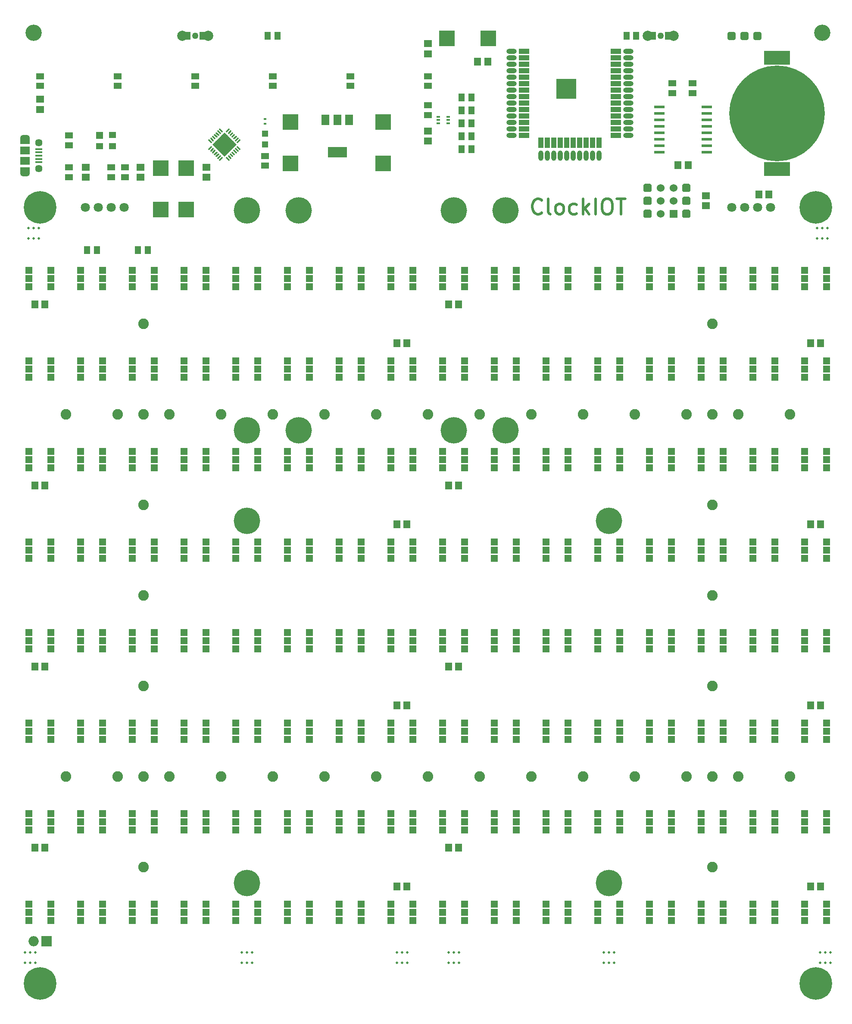
<source format=gts>
G04 #@! TF.GenerationSoftware,KiCad,Pcbnew,5.0.0-rc2-unknown-6d77e59~65~ubuntu16.04.1*
G04 #@! TF.CreationDate,2018-06-10T21:46:42+05:30*
G04 #@! TF.ProjectId,ClockIOT,436C6F636B494F542E6B696361645F70,rev 1*
G04 #@! TF.SameCoordinates,PX2fd7508PY2fd7508*
G04 #@! TF.FileFunction,Soldermask,Top*
G04 #@! TF.FilePolarity,Negative*
%FSLAX46Y46*%
G04 Gerber Fmt 4.6, Leading zero omitted, Abs format (unit mm)*
G04 Created by KiCad (PCBNEW 5.0.0-rc2-unknown-6d77e59~65~ubuntu16.04.1) date Sun Jun 10 21:46:42 2018*
%MOMM*%
%LPD*%
G01*
G04 APERTURE LIST*
%ADD10C,0.500000*%
%ADD11R,1.400000X1.400000*%
%ADD12C,5.200000*%
%ADD13C,6.400000*%
%ADD14C,0.800000*%
%ADD15R,2.000000X1.000000*%
%ADD16R,1.000000X2.000000*%
%ADD17R,4.000000X4.000000*%
%ADD18O,2.000000X1.000000*%
%ADD19O,1.000000X2.000000*%
%ADD20C,2.082800*%
%ADD21O,2.000000X2.000000*%
%ADD22R,2.000000X2.000000*%
%ADD23C,0.508000*%
%ADD24C,1.800000*%
%ADD25C,1.524000*%
%ADD26R,1.524000X1.524000*%
%ADD27C,0.127000*%
%ADD28C,1.600000*%
%ADD29C,1.270000*%
%ADD30R,1.300480X1.498600*%
%ADD31C,2.000000*%
%ADD32R,5.080000X2.794000*%
%ADD33C,18.796000*%
%ADD34R,1.998980X0.599440*%
%ADD35R,1.198880X1.198880*%
%ADD36R,3.048000X3.048000*%
%ADD37R,1.498600X1.300480*%
%ADD38R,1.350000X1.550000*%
%ADD39R,1.550000X1.350000*%
%ADD40R,0.650000X0.400000*%
%ADD41C,1.675000*%
%ADD42C,0.300000*%
%ADD43C,0.300000*%
%ADD44R,1.400000X1.200000*%
%ADD45R,1.900000X1.500000*%
%ADD46C,1.450000*%
%ADD47R,1.350000X0.400000*%
%ADD48O,1.900000X1.200000*%
%ADD49R,1.900000X1.200000*%
%ADD50C,3.200000*%
%ADD51R,3.800000X2.000000*%
%ADD52R,1.500000X2.000000*%
%ADD53R,0.600000X0.400000*%
G04 APERTURE END LIST*
D10*
X103692142Y-38536428D02*
X103549285Y-38679285D01*
X103120714Y-38822142D01*
X102835000Y-38822142D01*
X102406428Y-38679285D01*
X102120714Y-38393571D01*
X101977857Y-38107857D01*
X101835000Y-37536428D01*
X101835000Y-37107857D01*
X101977857Y-36536428D01*
X102120714Y-36250714D01*
X102406428Y-35965000D01*
X102835000Y-35822142D01*
X103120714Y-35822142D01*
X103549285Y-35965000D01*
X103692142Y-36107857D01*
X105406428Y-38822142D02*
X105120714Y-38679285D01*
X104977857Y-38393571D01*
X104977857Y-35822142D01*
X106977857Y-38822142D02*
X106692142Y-38679285D01*
X106549285Y-38536428D01*
X106406428Y-38250714D01*
X106406428Y-37393571D01*
X106549285Y-37107857D01*
X106692142Y-36965000D01*
X106977857Y-36822142D01*
X107406428Y-36822142D01*
X107692142Y-36965000D01*
X107835000Y-37107857D01*
X107977857Y-37393571D01*
X107977857Y-38250714D01*
X107835000Y-38536428D01*
X107692142Y-38679285D01*
X107406428Y-38822142D01*
X106977857Y-38822142D01*
X110549285Y-38679285D02*
X110263571Y-38822142D01*
X109692142Y-38822142D01*
X109406428Y-38679285D01*
X109263571Y-38536428D01*
X109120714Y-38250714D01*
X109120714Y-37393571D01*
X109263571Y-37107857D01*
X109406428Y-36965000D01*
X109692142Y-36822142D01*
X110263571Y-36822142D01*
X110549285Y-36965000D01*
X111835000Y-38822142D02*
X111835000Y-35822142D01*
X112120714Y-37679285D02*
X112977857Y-38822142D01*
X112977857Y-36822142D02*
X111835000Y-37965000D01*
X114263571Y-38822142D02*
X114263571Y-35822142D01*
X116263571Y-35822142D02*
X116835000Y-35822142D01*
X117120714Y-35965000D01*
X117406428Y-36250714D01*
X117549285Y-36822142D01*
X117549285Y-37822142D01*
X117406428Y-38393571D01*
X117120714Y-38679285D01*
X116835000Y-38822142D01*
X116263571Y-38822142D01*
X115977857Y-38679285D01*
X115692142Y-38393571D01*
X115549285Y-37822142D01*
X115549285Y-36822142D01*
X115692142Y-36250714D01*
X115977857Y-35965000D01*
X116263571Y-35822142D01*
X118406428Y-35822142D02*
X120120714Y-35822142D01*
X119263571Y-38822142D02*
X119263571Y-35822142D01*
D11*
G04 #@! TO.C,U123*
X58080000Y-174295000D03*
X53680000Y-174295000D03*
X53680000Y-175895000D03*
X58080000Y-175895000D03*
X58080000Y-177495000D03*
X53680000Y-177495000D03*
G04 #@! TD*
D12*
G04 #@! TO.C,HB54*
X45720000Y-170180000D03*
G04 #@! TD*
G04 #@! TO.C,HB53*
X116840000Y-170180000D03*
G04 #@! TD*
G04 #@! TO.C,HB52*
X116840000Y-99060000D03*
G04 #@! TD*
G04 #@! TO.C,HB51*
X45720000Y-99060000D03*
G04 #@! TD*
D13*
G04 #@! TO.C,HB47*
X5080000Y-37465000D03*
D14*
X7480000Y-37465000D03*
X6777056Y-39162056D03*
X5080000Y-39865000D03*
X3382944Y-39162056D03*
X2680000Y-37465000D03*
X3382944Y-35767944D03*
X5080000Y-35065000D03*
X6777056Y-35767944D03*
G04 #@! TD*
D13*
G04 #@! TO.C,HB48*
X157480000Y-37465000D03*
D14*
X159880000Y-37465000D03*
X159177056Y-39162056D03*
X157480000Y-39865000D03*
X155782944Y-39162056D03*
X155080000Y-37465000D03*
X155782944Y-35767944D03*
X157480000Y-35065000D03*
X159177056Y-35767944D03*
G04 #@! TD*
D13*
G04 #@! TO.C,HB49*
X5080000Y-189865000D03*
D14*
X7480000Y-189865000D03*
X6777056Y-191562056D03*
X5080000Y-192265000D03*
X3382944Y-191562056D03*
X2680000Y-189865000D03*
X3382944Y-188167944D03*
X5080000Y-187465000D03*
X6777056Y-188167944D03*
G04 #@! TD*
D13*
G04 #@! TO.C,HB50*
X157480000Y-189865000D03*
D14*
X159880000Y-189865000D03*
X159177056Y-191562056D03*
X157480000Y-192265000D03*
X155782944Y-191562056D03*
X155080000Y-189865000D03*
X155782944Y-188167944D03*
X157480000Y-187465000D03*
X159177056Y-188167944D03*
G04 #@! TD*
D15*
G04 #@! TO.C,U129*
X100220000Y-6815000D03*
X100220000Y-8085000D03*
X100220000Y-9355000D03*
X100220000Y-10625000D03*
X100220000Y-11895000D03*
X100220000Y-13165000D03*
X100220000Y-14435000D03*
X100220000Y-15705000D03*
X100220000Y-16975000D03*
X100220000Y-18245000D03*
X100220000Y-19515000D03*
X100220000Y-20785000D03*
X100220000Y-22055000D03*
X100220000Y-23325000D03*
D16*
X103505000Y-24815000D03*
X104775000Y-24815000D03*
X106045000Y-24815000D03*
X107315000Y-24815000D03*
X108585000Y-24815000D03*
X109855000Y-24815000D03*
X111125000Y-24815000D03*
X112395000Y-24815000D03*
X113665000Y-24815000D03*
X114935000Y-24815000D03*
D15*
X118220000Y-23325000D03*
X118220000Y-22055000D03*
X118220000Y-20785000D03*
X118220000Y-19515000D03*
X118220000Y-18245000D03*
X118220000Y-16975000D03*
X118220000Y-15705000D03*
X118220000Y-14435000D03*
X118220000Y-13165000D03*
X118220000Y-11895000D03*
X118220000Y-10625000D03*
X118220000Y-9355000D03*
X118220000Y-8085000D03*
X118220000Y-6815000D03*
D17*
X108520000Y-14215000D03*
D18*
X97720000Y-6815000D03*
X97720000Y-8085000D03*
X97720000Y-9355000D03*
X97720000Y-10625000D03*
X97720000Y-11895000D03*
X97720000Y-13165000D03*
X97720000Y-14435000D03*
X97720000Y-15705000D03*
X97720000Y-16975000D03*
X97720000Y-18245000D03*
X97720000Y-19515000D03*
X97720000Y-20785000D03*
X97720000Y-22055000D03*
X97720000Y-23325000D03*
X120720000Y-8085000D03*
X120720000Y-16975000D03*
X120720000Y-18245000D03*
X120720000Y-10625000D03*
X120720000Y-6815000D03*
X120720000Y-19515000D03*
X120720000Y-13165000D03*
X120720000Y-23325000D03*
X120720000Y-22055000D03*
X120720000Y-15705000D03*
X120720000Y-14435000D03*
X120720000Y-11895000D03*
X120720000Y-20785000D03*
X120720000Y-9355000D03*
D19*
X103505000Y-27315000D03*
X104775000Y-27315000D03*
X106045000Y-27315000D03*
X107315000Y-27315000D03*
X108585000Y-27315000D03*
X111125000Y-27315000D03*
X112395000Y-27315000D03*
X113665000Y-27315000D03*
X114935000Y-27315000D03*
X109855000Y-27315000D03*
G04 #@! TD*
D20*
G04 #@! TO.C,HB44*
X137160000Y-167005000D03*
G04 #@! TD*
G04 #@! TO.C,HB43*
X137160000Y-149225000D03*
G04 #@! TD*
G04 #@! TO.C,HB42*
X137160000Y-131445000D03*
G04 #@! TD*
G04 #@! TO.C,HB41*
X137160000Y-113665000D03*
G04 #@! TD*
G04 #@! TO.C,HB40*
X137160000Y-95885000D03*
G04 #@! TD*
G04 #@! TO.C,HB39*
X137160000Y-78105000D03*
G04 #@! TD*
G04 #@! TO.C,HB38*
X137160000Y-60325000D03*
G04 #@! TD*
G04 #@! TO.C,HB37*
X25400000Y-167005000D03*
G04 #@! TD*
G04 #@! TO.C,HB36*
X25400000Y-149225000D03*
G04 #@! TD*
G04 #@! TO.C,HB35*
X25400000Y-131445000D03*
G04 #@! TD*
G04 #@! TO.C,HB34*
X25400000Y-113665000D03*
G04 #@! TD*
G04 #@! TO.C,HB33*
X25400000Y-95885000D03*
G04 #@! TD*
G04 #@! TO.C,HB32*
X25400000Y-78105000D03*
G04 #@! TD*
G04 #@! TO.C,HB31*
X25400000Y-60325000D03*
G04 #@! TD*
G04 #@! TO.C,HB30*
X152400000Y-149225000D03*
G04 #@! TD*
G04 #@! TO.C,HB29*
X142240000Y-149225000D03*
G04 #@! TD*
G04 #@! TO.C,HB28*
X132080000Y-149225000D03*
G04 #@! TD*
G04 #@! TO.C,HB27*
X121920000Y-149225000D03*
G04 #@! TD*
G04 #@! TO.C,HB26*
X111760000Y-149225000D03*
G04 #@! TD*
G04 #@! TO.C,HB25*
X101600000Y-149225000D03*
G04 #@! TD*
G04 #@! TO.C,HB24*
X91440000Y-149225000D03*
G04 #@! TD*
G04 #@! TO.C,HB23*
X81280000Y-149225000D03*
G04 #@! TD*
G04 #@! TO.C,HB22*
X71120000Y-149225000D03*
G04 #@! TD*
G04 #@! TO.C,HB21*
X60960000Y-149225000D03*
G04 #@! TD*
G04 #@! TO.C,HB20*
X50800000Y-149225000D03*
G04 #@! TD*
G04 #@! TO.C,HB19*
X40640000Y-149225000D03*
G04 #@! TD*
G04 #@! TO.C,HB18*
X30480000Y-149225000D03*
G04 #@! TD*
G04 #@! TO.C,HB17*
X20320000Y-149225000D03*
G04 #@! TD*
G04 #@! TO.C,HB16*
X10160000Y-149225000D03*
G04 #@! TD*
G04 #@! TO.C,HB15*
X152400000Y-78105000D03*
G04 #@! TD*
G04 #@! TO.C,HB14*
X142240000Y-78105000D03*
G04 #@! TD*
G04 #@! TO.C,HB13*
X132080000Y-78105000D03*
G04 #@! TD*
G04 #@! TO.C,HB12*
X121920000Y-78105000D03*
G04 #@! TD*
G04 #@! TO.C,HB11*
X111760000Y-78105000D03*
G04 #@! TD*
G04 #@! TO.C,HB10*
X101600000Y-78105000D03*
G04 #@! TD*
G04 #@! TO.C,HB9*
X91440000Y-78105000D03*
G04 #@! TD*
G04 #@! TO.C,HB8*
X81280000Y-78105000D03*
G04 #@! TD*
G04 #@! TO.C,HB7*
X71120000Y-78105000D03*
G04 #@! TD*
G04 #@! TO.C,HB6*
X60960000Y-78105000D03*
G04 #@! TD*
G04 #@! TO.C,HB5*
X50800000Y-78105000D03*
G04 #@! TD*
G04 #@! TO.C,HB4*
X40640000Y-78105000D03*
G04 #@! TD*
G04 #@! TO.C,HB3*
X30480000Y-78105000D03*
G04 #@! TD*
G04 #@! TO.C,HB2*
X20320000Y-78105000D03*
G04 #@! TD*
G04 #@! TO.C,HB1*
X10160000Y-78105000D03*
G04 #@! TD*
D21*
G04 #@! TO.C,P2*
X3810000Y-181610000D03*
D22*
X6350000Y-181610000D03*
G04 #@! TD*
D23*
G04 #@! TO.C,BITE1*
X4826000Y-43561000D03*
X2794000Y-43561000D03*
X2794000Y-41529000D03*
X4826000Y-41529000D03*
X3810000Y-43561000D03*
X3810000Y-41529000D03*
G04 #@! TD*
G04 #@! TO.C,BITE2*
X159766000Y-43561000D03*
X157734000Y-43561000D03*
X157734000Y-41529000D03*
X159766000Y-41529000D03*
X158750000Y-43561000D03*
X158750000Y-41529000D03*
G04 #@! TD*
G04 #@! TO.C,BITE3*
X4191000Y-185801000D03*
X2159000Y-185801000D03*
X2159000Y-183769000D03*
X4191000Y-183769000D03*
X3175000Y-185801000D03*
X3175000Y-183769000D03*
G04 #@! TD*
G04 #@! TO.C,BITE4*
X46736000Y-185801000D03*
X44704000Y-185801000D03*
X44704000Y-183769000D03*
X46736000Y-183769000D03*
X45720000Y-185801000D03*
X45720000Y-183769000D03*
G04 #@! TD*
G04 #@! TO.C,BITE5*
X77216000Y-185801000D03*
X75184000Y-185801000D03*
X75184000Y-183769000D03*
X77216000Y-183769000D03*
X76200000Y-185801000D03*
X76200000Y-183769000D03*
G04 #@! TD*
G04 #@! TO.C,BITE6*
X87376000Y-185801000D03*
X85344000Y-185801000D03*
X85344000Y-183769000D03*
X87376000Y-183769000D03*
X86360000Y-185801000D03*
X86360000Y-183769000D03*
G04 #@! TD*
G04 #@! TO.C,BITE7*
X117856000Y-185801000D03*
X115824000Y-185801000D03*
X115824000Y-183769000D03*
X117856000Y-183769000D03*
X116840000Y-185801000D03*
X116840000Y-183769000D03*
G04 #@! TD*
G04 #@! TO.C,BITE8*
X160401000Y-185801000D03*
X158369000Y-185801000D03*
X158369000Y-183769000D03*
X160401000Y-183769000D03*
X159385000Y-185801000D03*
X159385000Y-183769000D03*
G04 #@! TD*
D24*
G04 #@! TO.C,J25*
X21590000Y-37465000D03*
X19050000Y-37465000D03*
X16510000Y-37465000D03*
X13970000Y-37465000D03*
G04 #@! TD*
G04 #@! TO.C,J24*
X140970000Y-37465000D03*
X143510000Y-37465000D03*
X146050000Y-37465000D03*
X148590000Y-37465000D03*
G04 #@! TD*
D25*
G04 #@! TO.C,J20*
X127000000Y-38735000D03*
D26*
X129540000Y-38735000D03*
D25*
X127000000Y-36195000D03*
X129540000Y-36195000D03*
X127000000Y-33655000D03*
X129540000Y-33655000D03*
G04 #@! TD*
D12*
G04 #@! TO.C,J8*
X86360000Y-38100000D03*
G04 #@! TD*
G04 #@! TO.C,J7*
X96520000Y-38100000D03*
G04 #@! TD*
G04 #@! TO.C,J2*
X55880000Y-38100000D03*
G04 #@! TD*
G04 #@! TO.C,J1*
X45720000Y-38100000D03*
G04 #@! TD*
G04 #@! TO.C,J9*
X45720000Y-81280000D03*
G04 #@! TD*
G04 #@! TO.C,J10*
X55880000Y-81280000D03*
G04 #@! TD*
G04 #@! TO.C,J15*
X96520000Y-81280000D03*
G04 #@! TD*
G04 #@! TO.C,J16*
X86360000Y-81280000D03*
G04 #@! TD*
D27*
G04 #@! TO.C,TP1*
G36*
X141409207Y-3011926D02*
X141448036Y-3017686D01*
X141486114Y-3027224D01*
X141523073Y-3040448D01*
X141558559Y-3057231D01*
X141592228Y-3077412D01*
X141623757Y-3100796D01*
X141652843Y-3127157D01*
X141679204Y-3156243D01*
X141702588Y-3187772D01*
X141722769Y-3221441D01*
X141739552Y-3256927D01*
X141752776Y-3293886D01*
X141762314Y-3331964D01*
X141768074Y-3370793D01*
X141770000Y-3410000D01*
X141770000Y-4210000D01*
X141768074Y-4249207D01*
X141762314Y-4288036D01*
X141752776Y-4326114D01*
X141739552Y-4363073D01*
X141722769Y-4398559D01*
X141702588Y-4432228D01*
X141679204Y-4463757D01*
X141652843Y-4492843D01*
X141623757Y-4519204D01*
X141592228Y-4542588D01*
X141558559Y-4562769D01*
X141523073Y-4579552D01*
X141486114Y-4592776D01*
X141448036Y-4602314D01*
X141409207Y-4608074D01*
X141370000Y-4610000D01*
X140570000Y-4610000D01*
X140530793Y-4608074D01*
X140491964Y-4602314D01*
X140453886Y-4592776D01*
X140416927Y-4579552D01*
X140381441Y-4562769D01*
X140347772Y-4542588D01*
X140316243Y-4519204D01*
X140287157Y-4492843D01*
X140260796Y-4463757D01*
X140237412Y-4432228D01*
X140217231Y-4398559D01*
X140200448Y-4363073D01*
X140187224Y-4326114D01*
X140177686Y-4288036D01*
X140171926Y-4249207D01*
X140170000Y-4210000D01*
X140170000Y-3410000D01*
X140171926Y-3370793D01*
X140177686Y-3331964D01*
X140187224Y-3293886D01*
X140200448Y-3256927D01*
X140217231Y-3221441D01*
X140237412Y-3187772D01*
X140260796Y-3156243D01*
X140287157Y-3127157D01*
X140316243Y-3100796D01*
X140347772Y-3077412D01*
X140381441Y-3057231D01*
X140416927Y-3040448D01*
X140453886Y-3027224D01*
X140491964Y-3017686D01*
X140530793Y-3011926D01*
X140570000Y-3010000D01*
X141370000Y-3010000D01*
X141409207Y-3011926D01*
X141409207Y-3011926D01*
G37*
D28*
X140970000Y-3810000D03*
G04 #@! TD*
D27*
G04 #@! TO.C,J23*
G36*
X132519207Y-37936926D02*
X132558036Y-37942686D01*
X132596114Y-37952224D01*
X132633073Y-37965448D01*
X132668559Y-37982231D01*
X132702228Y-38002412D01*
X132733757Y-38025796D01*
X132762843Y-38052157D01*
X132789204Y-38081243D01*
X132812588Y-38112772D01*
X132832769Y-38146441D01*
X132849552Y-38181927D01*
X132862776Y-38218886D01*
X132872314Y-38256964D01*
X132878074Y-38295793D01*
X132880000Y-38335000D01*
X132880000Y-39135000D01*
X132878074Y-39174207D01*
X132872314Y-39213036D01*
X132862776Y-39251114D01*
X132849552Y-39288073D01*
X132832769Y-39323559D01*
X132812588Y-39357228D01*
X132789204Y-39388757D01*
X132762843Y-39417843D01*
X132733757Y-39444204D01*
X132702228Y-39467588D01*
X132668559Y-39487769D01*
X132633073Y-39504552D01*
X132596114Y-39517776D01*
X132558036Y-39527314D01*
X132519207Y-39533074D01*
X132480000Y-39535000D01*
X131680000Y-39535000D01*
X131640793Y-39533074D01*
X131601964Y-39527314D01*
X131563886Y-39517776D01*
X131526927Y-39504552D01*
X131491441Y-39487769D01*
X131457772Y-39467588D01*
X131426243Y-39444204D01*
X131397157Y-39417843D01*
X131370796Y-39388757D01*
X131347412Y-39357228D01*
X131327231Y-39323559D01*
X131310448Y-39288073D01*
X131297224Y-39251114D01*
X131287686Y-39213036D01*
X131281926Y-39174207D01*
X131280000Y-39135000D01*
X131280000Y-38335000D01*
X131281926Y-38295793D01*
X131287686Y-38256964D01*
X131297224Y-38218886D01*
X131310448Y-38181927D01*
X131327231Y-38146441D01*
X131347412Y-38112772D01*
X131370796Y-38081243D01*
X131397157Y-38052157D01*
X131426243Y-38025796D01*
X131457772Y-38002412D01*
X131491441Y-37982231D01*
X131526927Y-37965448D01*
X131563886Y-37952224D01*
X131601964Y-37942686D01*
X131640793Y-37936926D01*
X131680000Y-37935000D01*
X132480000Y-37935000D01*
X132519207Y-37936926D01*
X132519207Y-37936926D01*
G37*
D28*
X132080000Y-38735000D03*
G04 #@! TD*
D27*
G04 #@! TO.C,J22*
G36*
X124899207Y-37936926D02*
X124938036Y-37942686D01*
X124976114Y-37952224D01*
X125013073Y-37965448D01*
X125048559Y-37982231D01*
X125082228Y-38002412D01*
X125113757Y-38025796D01*
X125142843Y-38052157D01*
X125169204Y-38081243D01*
X125192588Y-38112772D01*
X125212769Y-38146441D01*
X125229552Y-38181927D01*
X125242776Y-38218886D01*
X125252314Y-38256964D01*
X125258074Y-38295793D01*
X125260000Y-38335000D01*
X125260000Y-39135000D01*
X125258074Y-39174207D01*
X125252314Y-39213036D01*
X125242776Y-39251114D01*
X125229552Y-39288073D01*
X125212769Y-39323559D01*
X125192588Y-39357228D01*
X125169204Y-39388757D01*
X125142843Y-39417843D01*
X125113757Y-39444204D01*
X125082228Y-39467588D01*
X125048559Y-39487769D01*
X125013073Y-39504552D01*
X124976114Y-39517776D01*
X124938036Y-39527314D01*
X124899207Y-39533074D01*
X124860000Y-39535000D01*
X124060000Y-39535000D01*
X124020793Y-39533074D01*
X123981964Y-39527314D01*
X123943886Y-39517776D01*
X123906927Y-39504552D01*
X123871441Y-39487769D01*
X123837772Y-39467588D01*
X123806243Y-39444204D01*
X123777157Y-39417843D01*
X123750796Y-39388757D01*
X123727412Y-39357228D01*
X123707231Y-39323559D01*
X123690448Y-39288073D01*
X123677224Y-39251114D01*
X123667686Y-39213036D01*
X123661926Y-39174207D01*
X123660000Y-39135000D01*
X123660000Y-38335000D01*
X123661926Y-38295793D01*
X123667686Y-38256964D01*
X123677224Y-38218886D01*
X123690448Y-38181927D01*
X123707231Y-38146441D01*
X123727412Y-38112772D01*
X123750796Y-38081243D01*
X123777157Y-38052157D01*
X123806243Y-38025796D01*
X123837772Y-38002412D01*
X123871441Y-37982231D01*
X123906927Y-37965448D01*
X123943886Y-37952224D01*
X123981964Y-37942686D01*
X124020793Y-37936926D01*
X124060000Y-37935000D01*
X124860000Y-37935000D01*
X124899207Y-37936926D01*
X124899207Y-37936926D01*
G37*
D28*
X124460000Y-38735000D03*
G04 #@! TD*
D27*
G04 #@! TO.C,J21*
G36*
X132519207Y-35396926D02*
X132558036Y-35402686D01*
X132596114Y-35412224D01*
X132633073Y-35425448D01*
X132668559Y-35442231D01*
X132702228Y-35462412D01*
X132733757Y-35485796D01*
X132762843Y-35512157D01*
X132789204Y-35541243D01*
X132812588Y-35572772D01*
X132832769Y-35606441D01*
X132849552Y-35641927D01*
X132862776Y-35678886D01*
X132872314Y-35716964D01*
X132878074Y-35755793D01*
X132880000Y-35795000D01*
X132880000Y-36595000D01*
X132878074Y-36634207D01*
X132872314Y-36673036D01*
X132862776Y-36711114D01*
X132849552Y-36748073D01*
X132832769Y-36783559D01*
X132812588Y-36817228D01*
X132789204Y-36848757D01*
X132762843Y-36877843D01*
X132733757Y-36904204D01*
X132702228Y-36927588D01*
X132668559Y-36947769D01*
X132633073Y-36964552D01*
X132596114Y-36977776D01*
X132558036Y-36987314D01*
X132519207Y-36993074D01*
X132480000Y-36995000D01*
X131680000Y-36995000D01*
X131640793Y-36993074D01*
X131601964Y-36987314D01*
X131563886Y-36977776D01*
X131526927Y-36964552D01*
X131491441Y-36947769D01*
X131457772Y-36927588D01*
X131426243Y-36904204D01*
X131397157Y-36877843D01*
X131370796Y-36848757D01*
X131347412Y-36817228D01*
X131327231Y-36783559D01*
X131310448Y-36748073D01*
X131297224Y-36711114D01*
X131287686Y-36673036D01*
X131281926Y-36634207D01*
X131280000Y-36595000D01*
X131280000Y-35795000D01*
X131281926Y-35755793D01*
X131287686Y-35716964D01*
X131297224Y-35678886D01*
X131310448Y-35641927D01*
X131327231Y-35606441D01*
X131347412Y-35572772D01*
X131370796Y-35541243D01*
X131397157Y-35512157D01*
X131426243Y-35485796D01*
X131457772Y-35462412D01*
X131491441Y-35442231D01*
X131526927Y-35425448D01*
X131563886Y-35412224D01*
X131601964Y-35402686D01*
X131640793Y-35396926D01*
X131680000Y-35395000D01*
X132480000Y-35395000D01*
X132519207Y-35396926D01*
X132519207Y-35396926D01*
G37*
D28*
X132080000Y-36195000D03*
G04 #@! TD*
D27*
G04 #@! TO.C,J19*
G36*
X124899207Y-35396926D02*
X124938036Y-35402686D01*
X124976114Y-35412224D01*
X125013073Y-35425448D01*
X125048559Y-35442231D01*
X125082228Y-35462412D01*
X125113757Y-35485796D01*
X125142843Y-35512157D01*
X125169204Y-35541243D01*
X125192588Y-35572772D01*
X125212769Y-35606441D01*
X125229552Y-35641927D01*
X125242776Y-35678886D01*
X125252314Y-35716964D01*
X125258074Y-35755793D01*
X125260000Y-35795000D01*
X125260000Y-36595000D01*
X125258074Y-36634207D01*
X125252314Y-36673036D01*
X125242776Y-36711114D01*
X125229552Y-36748073D01*
X125212769Y-36783559D01*
X125192588Y-36817228D01*
X125169204Y-36848757D01*
X125142843Y-36877843D01*
X125113757Y-36904204D01*
X125082228Y-36927588D01*
X125048559Y-36947769D01*
X125013073Y-36964552D01*
X124976114Y-36977776D01*
X124938036Y-36987314D01*
X124899207Y-36993074D01*
X124860000Y-36995000D01*
X124060000Y-36995000D01*
X124020793Y-36993074D01*
X123981964Y-36987314D01*
X123943886Y-36977776D01*
X123906927Y-36964552D01*
X123871441Y-36947769D01*
X123837772Y-36927588D01*
X123806243Y-36904204D01*
X123777157Y-36877843D01*
X123750796Y-36848757D01*
X123727412Y-36817228D01*
X123707231Y-36783559D01*
X123690448Y-36748073D01*
X123677224Y-36711114D01*
X123667686Y-36673036D01*
X123661926Y-36634207D01*
X123660000Y-36595000D01*
X123660000Y-35795000D01*
X123661926Y-35755793D01*
X123667686Y-35716964D01*
X123677224Y-35678886D01*
X123690448Y-35641927D01*
X123707231Y-35606441D01*
X123727412Y-35572772D01*
X123750796Y-35541243D01*
X123777157Y-35512157D01*
X123806243Y-35485796D01*
X123837772Y-35462412D01*
X123871441Y-35442231D01*
X123906927Y-35425448D01*
X123943886Y-35412224D01*
X123981964Y-35402686D01*
X124020793Y-35396926D01*
X124060000Y-35395000D01*
X124860000Y-35395000D01*
X124899207Y-35396926D01*
X124899207Y-35396926D01*
G37*
D28*
X124460000Y-36195000D03*
G04 #@! TD*
D27*
G04 #@! TO.C,J18*
G36*
X132519207Y-32856926D02*
X132558036Y-32862686D01*
X132596114Y-32872224D01*
X132633073Y-32885448D01*
X132668559Y-32902231D01*
X132702228Y-32922412D01*
X132733757Y-32945796D01*
X132762843Y-32972157D01*
X132789204Y-33001243D01*
X132812588Y-33032772D01*
X132832769Y-33066441D01*
X132849552Y-33101927D01*
X132862776Y-33138886D01*
X132872314Y-33176964D01*
X132878074Y-33215793D01*
X132880000Y-33255000D01*
X132880000Y-34055000D01*
X132878074Y-34094207D01*
X132872314Y-34133036D01*
X132862776Y-34171114D01*
X132849552Y-34208073D01*
X132832769Y-34243559D01*
X132812588Y-34277228D01*
X132789204Y-34308757D01*
X132762843Y-34337843D01*
X132733757Y-34364204D01*
X132702228Y-34387588D01*
X132668559Y-34407769D01*
X132633073Y-34424552D01*
X132596114Y-34437776D01*
X132558036Y-34447314D01*
X132519207Y-34453074D01*
X132480000Y-34455000D01*
X131680000Y-34455000D01*
X131640793Y-34453074D01*
X131601964Y-34447314D01*
X131563886Y-34437776D01*
X131526927Y-34424552D01*
X131491441Y-34407769D01*
X131457772Y-34387588D01*
X131426243Y-34364204D01*
X131397157Y-34337843D01*
X131370796Y-34308757D01*
X131347412Y-34277228D01*
X131327231Y-34243559D01*
X131310448Y-34208073D01*
X131297224Y-34171114D01*
X131287686Y-34133036D01*
X131281926Y-34094207D01*
X131280000Y-34055000D01*
X131280000Y-33255000D01*
X131281926Y-33215793D01*
X131287686Y-33176964D01*
X131297224Y-33138886D01*
X131310448Y-33101927D01*
X131327231Y-33066441D01*
X131347412Y-33032772D01*
X131370796Y-33001243D01*
X131397157Y-32972157D01*
X131426243Y-32945796D01*
X131457772Y-32922412D01*
X131491441Y-32902231D01*
X131526927Y-32885448D01*
X131563886Y-32872224D01*
X131601964Y-32862686D01*
X131640793Y-32856926D01*
X131680000Y-32855000D01*
X132480000Y-32855000D01*
X132519207Y-32856926D01*
X132519207Y-32856926D01*
G37*
D28*
X132080000Y-33655000D03*
G04 #@! TD*
D27*
G04 #@! TO.C,J17*
G36*
X124899207Y-32856926D02*
X124938036Y-32862686D01*
X124976114Y-32872224D01*
X125013073Y-32885448D01*
X125048559Y-32902231D01*
X125082228Y-32922412D01*
X125113757Y-32945796D01*
X125142843Y-32972157D01*
X125169204Y-33001243D01*
X125192588Y-33032772D01*
X125212769Y-33066441D01*
X125229552Y-33101927D01*
X125242776Y-33138886D01*
X125252314Y-33176964D01*
X125258074Y-33215793D01*
X125260000Y-33255000D01*
X125260000Y-34055000D01*
X125258074Y-34094207D01*
X125252314Y-34133036D01*
X125242776Y-34171114D01*
X125229552Y-34208073D01*
X125212769Y-34243559D01*
X125192588Y-34277228D01*
X125169204Y-34308757D01*
X125142843Y-34337843D01*
X125113757Y-34364204D01*
X125082228Y-34387588D01*
X125048559Y-34407769D01*
X125013073Y-34424552D01*
X124976114Y-34437776D01*
X124938036Y-34447314D01*
X124899207Y-34453074D01*
X124860000Y-34455000D01*
X124060000Y-34455000D01*
X124020793Y-34453074D01*
X123981964Y-34447314D01*
X123943886Y-34437776D01*
X123906927Y-34424552D01*
X123871441Y-34407769D01*
X123837772Y-34387588D01*
X123806243Y-34364204D01*
X123777157Y-34337843D01*
X123750796Y-34308757D01*
X123727412Y-34277228D01*
X123707231Y-34243559D01*
X123690448Y-34208073D01*
X123677224Y-34171114D01*
X123667686Y-34133036D01*
X123661926Y-34094207D01*
X123660000Y-34055000D01*
X123660000Y-33255000D01*
X123661926Y-33215793D01*
X123667686Y-33176964D01*
X123677224Y-33138886D01*
X123690448Y-33101927D01*
X123707231Y-33066441D01*
X123727412Y-33032772D01*
X123750796Y-33001243D01*
X123777157Y-32972157D01*
X123806243Y-32945796D01*
X123837772Y-32922412D01*
X123871441Y-32902231D01*
X123906927Y-32885448D01*
X123943886Y-32872224D01*
X123981964Y-32862686D01*
X124020793Y-32856926D01*
X124060000Y-32855000D01*
X124860000Y-32855000D01*
X124899207Y-32856926D01*
X124899207Y-32856926D01*
G37*
D28*
X124460000Y-33655000D03*
G04 #@! TD*
D27*
G04 #@! TO.C,TP3*
G36*
X146489207Y-3011926D02*
X146528036Y-3017686D01*
X146566114Y-3027224D01*
X146603073Y-3040448D01*
X146638559Y-3057231D01*
X146672228Y-3077412D01*
X146703757Y-3100796D01*
X146732843Y-3127157D01*
X146759204Y-3156243D01*
X146782588Y-3187772D01*
X146802769Y-3221441D01*
X146819552Y-3256927D01*
X146832776Y-3293886D01*
X146842314Y-3331964D01*
X146848074Y-3370793D01*
X146850000Y-3410000D01*
X146850000Y-4210000D01*
X146848074Y-4249207D01*
X146842314Y-4288036D01*
X146832776Y-4326114D01*
X146819552Y-4363073D01*
X146802769Y-4398559D01*
X146782588Y-4432228D01*
X146759204Y-4463757D01*
X146732843Y-4492843D01*
X146703757Y-4519204D01*
X146672228Y-4542588D01*
X146638559Y-4562769D01*
X146603073Y-4579552D01*
X146566114Y-4592776D01*
X146528036Y-4602314D01*
X146489207Y-4608074D01*
X146450000Y-4610000D01*
X145650000Y-4610000D01*
X145610793Y-4608074D01*
X145571964Y-4602314D01*
X145533886Y-4592776D01*
X145496927Y-4579552D01*
X145461441Y-4562769D01*
X145427772Y-4542588D01*
X145396243Y-4519204D01*
X145367157Y-4492843D01*
X145340796Y-4463757D01*
X145317412Y-4432228D01*
X145297231Y-4398559D01*
X145280448Y-4363073D01*
X145267224Y-4326114D01*
X145257686Y-4288036D01*
X145251926Y-4249207D01*
X145250000Y-4210000D01*
X145250000Y-3410000D01*
X145251926Y-3370793D01*
X145257686Y-3331964D01*
X145267224Y-3293886D01*
X145280448Y-3256927D01*
X145297231Y-3221441D01*
X145317412Y-3187772D01*
X145340796Y-3156243D01*
X145367157Y-3127157D01*
X145396243Y-3100796D01*
X145427772Y-3077412D01*
X145461441Y-3057231D01*
X145496927Y-3040448D01*
X145533886Y-3027224D01*
X145571964Y-3017686D01*
X145610793Y-3011926D01*
X145650000Y-3010000D01*
X146450000Y-3010000D01*
X146489207Y-3011926D01*
X146489207Y-3011926D01*
G37*
D28*
X146050000Y-3810000D03*
G04 #@! TD*
D27*
G04 #@! TO.C,TP2*
G36*
X143949207Y-3011926D02*
X143988036Y-3017686D01*
X144026114Y-3027224D01*
X144063073Y-3040448D01*
X144098559Y-3057231D01*
X144132228Y-3077412D01*
X144163757Y-3100796D01*
X144192843Y-3127157D01*
X144219204Y-3156243D01*
X144242588Y-3187772D01*
X144262769Y-3221441D01*
X144279552Y-3256927D01*
X144292776Y-3293886D01*
X144302314Y-3331964D01*
X144308074Y-3370793D01*
X144310000Y-3410000D01*
X144310000Y-4210000D01*
X144308074Y-4249207D01*
X144302314Y-4288036D01*
X144292776Y-4326114D01*
X144279552Y-4363073D01*
X144262769Y-4398559D01*
X144242588Y-4432228D01*
X144219204Y-4463757D01*
X144192843Y-4492843D01*
X144163757Y-4519204D01*
X144132228Y-4542588D01*
X144098559Y-4562769D01*
X144063073Y-4579552D01*
X144026114Y-4592776D01*
X143988036Y-4602314D01*
X143949207Y-4608074D01*
X143910000Y-4610000D01*
X143110000Y-4610000D01*
X143070793Y-4608074D01*
X143031964Y-4602314D01*
X142993886Y-4592776D01*
X142956927Y-4579552D01*
X142921441Y-4562769D01*
X142887772Y-4542588D01*
X142856243Y-4519204D01*
X142827157Y-4492843D01*
X142800796Y-4463757D01*
X142777412Y-4432228D01*
X142757231Y-4398559D01*
X142740448Y-4363073D01*
X142727224Y-4326114D01*
X142717686Y-4288036D01*
X142711926Y-4249207D01*
X142710000Y-4210000D01*
X142710000Y-3410000D01*
X142711926Y-3370793D01*
X142717686Y-3331964D01*
X142727224Y-3293886D01*
X142740448Y-3256927D01*
X142757231Y-3221441D01*
X142777412Y-3187772D01*
X142800796Y-3156243D01*
X142827157Y-3127157D01*
X142856243Y-3100796D01*
X142887772Y-3077412D01*
X142921441Y-3057231D01*
X142956927Y-3040448D01*
X142993886Y-3027224D01*
X143031964Y-3017686D01*
X143070793Y-3011926D01*
X143110000Y-3010000D01*
X143910000Y-3010000D01*
X143949207Y-3011926D01*
X143949207Y-3011926D01*
G37*
D28*
X143510000Y-3810000D03*
G04 #@! TD*
D29*
G04 #@! TO.C,LDR1*
X35560000Y-3810000D03*
D30*
X34060000Y-3810000D03*
X37060000Y-3810000D03*
D31*
X38100000Y-3810000D03*
X33020000Y-3810000D03*
G04 #@! TD*
D29*
G04 #@! TO.C,LDR2*
X127000000Y-3810000D03*
D30*
X128500000Y-3810000D03*
X125500000Y-3810000D03*
D31*
X124460000Y-3810000D03*
X129540000Y-3810000D03*
G04 #@! TD*
D32*
G04 #@! TO.C,BT1*
X149860000Y-8128000D03*
X149860000Y-29972000D03*
D33*
X149860000Y-19050000D03*
G04 #@! TD*
D34*
G04 #@! TO.C,U130*
X126794260Y-26670000D03*
X126794260Y-25400000D03*
X126794260Y-24130000D03*
X126794260Y-22860000D03*
X126794260Y-21590000D03*
X126794260Y-20320000D03*
X126794260Y-19050000D03*
X126794260Y-17780000D03*
X136095740Y-17780000D03*
X136095740Y-19050000D03*
X136095740Y-20320000D03*
X136095740Y-21590000D03*
X136095740Y-22860000D03*
X136095740Y-24130000D03*
X136095740Y-25400000D03*
X136095740Y-26670000D03*
G04 #@! TD*
D35*
G04 #@! TO.C,D2*
X49335000Y-23035980D03*
X49335000Y-25134020D03*
G04 #@! TD*
D36*
G04 #@! TO.C,C17*
X54335000Y-20771000D03*
X54335000Y-28899000D03*
G04 #@! TD*
G04 #@! TO.C,C27*
X85021000Y-4335000D03*
X93149000Y-4335000D03*
G04 #@! TD*
G04 #@! TO.C,C18*
X72517000Y-20701000D03*
X72517000Y-28829000D03*
G04 #@! TD*
G04 #@! TO.C,C25*
X33835000Y-37899000D03*
X33835000Y-29771000D03*
G04 #@! TD*
G04 #@! TO.C,C23*
X28835000Y-37899000D03*
X28835000Y-29771000D03*
G04 #@! TD*
D37*
G04 #@! TO.C,L2*
X10835000Y-31537500D03*
X10835000Y-29632500D03*
G04 #@! TD*
G04 #@! TO.C,R25*
X20320000Y-11747500D03*
X20320000Y-13652500D03*
G04 #@! TD*
G04 #@! TO.C,R24*
X35560000Y-11747500D03*
X35560000Y-13652500D03*
G04 #@! TD*
G04 #@! TO.C,R11*
X50800000Y-11747500D03*
X50800000Y-13652500D03*
G04 #@! TD*
G04 #@! TO.C,R10*
X66040000Y-11747500D03*
X66040000Y-13652500D03*
G04 #@! TD*
G04 #@! TO.C,R9*
X19085000Y-29632500D03*
X19085000Y-31537500D03*
G04 #@! TD*
D30*
G04 #@! TO.C,R23*
X89852500Y-18415000D03*
X87947500Y-18415000D03*
G04 #@! TD*
G04 #@! TO.C,R22*
X87947500Y-20955000D03*
X89852500Y-20955000D03*
G04 #@! TD*
G04 #@! TO.C,R20*
X89852500Y-23495000D03*
X87947500Y-23495000D03*
G04 #@! TD*
G04 #@! TO.C,R19*
X89852500Y-26035000D03*
X87947500Y-26035000D03*
G04 #@! TD*
D37*
G04 #@! TO.C,R18*
X81280000Y-13652500D03*
X81280000Y-11747500D03*
G04 #@! TD*
G04 #@! TO.C,R16*
X5080000Y-13652500D03*
X5080000Y-11747500D03*
G04 #@! TD*
G04 #@! TO.C,R4*
X49335000Y-29287500D03*
X49335000Y-27382500D03*
G04 #@! TD*
G04 #@! TO.C,R3*
X81280000Y-17462500D03*
X81280000Y-19367500D03*
G04 #@! TD*
G04 #@! TO.C,R8*
X21835000Y-29632500D03*
X21835000Y-31537500D03*
G04 #@! TD*
G04 #@! TO.C,R7*
X129335000Y-13132500D03*
X129335000Y-15037500D03*
G04 #@! TD*
G04 #@! TO.C,R6*
X133335000Y-13132500D03*
X133335000Y-15037500D03*
G04 #@! TD*
D30*
G04 #@! TO.C,R21*
X89852500Y-15875000D03*
X87947500Y-15875000D03*
G04 #@! TD*
G04 #@! TO.C,R1*
X16287500Y-45835000D03*
X14382500Y-45835000D03*
G04 #@! TD*
G04 #@! TO.C,R2*
X26287500Y-45835000D03*
X24382500Y-45835000D03*
G04 #@! TD*
G04 #@! TO.C,R12*
X49847500Y-3810000D03*
X51752500Y-3810000D03*
G04 #@! TD*
G04 #@! TO.C,R13*
X122237500Y-3810000D03*
X120332500Y-3810000D03*
G04 #@! TD*
D37*
G04 #@! TO.C,L1*
X10835000Y-25287500D03*
X10835000Y-23382500D03*
G04 #@! TD*
D38*
G04 #@! TO.C,C12*
X77200000Y-135255000D03*
X75200000Y-135255000D03*
G04 #@! TD*
G04 #@! TO.C,C7*
X158480000Y-99695000D03*
X156480000Y-99695000D03*
G04 #@! TD*
G04 #@! TO.C,C8*
X77200000Y-99695000D03*
X75200000Y-99695000D03*
G04 #@! TD*
D39*
G04 #@! TO.C,C24*
X24835000Y-29585000D03*
X24835000Y-31585000D03*
G04 #@! TD*
G04 #@! TO.C,C31*
X14085000Y-31585000D03*
X14085000Y-29585000D03*
G04 #@! TD*
D38*
G04 #@! TO.C,C22*
X132445000Y-29210000D03*
X130445000Y-29210000D03*
G04 #@! TD*
G04 #@! TO.C,C28*
X93085000Y-8835000D03*
X91085000Y-8835000D03*
G04 #@! TD*
D39*
G04 #@! TO.C,C26*
X37835000Y-29585000D03*
X37835000Y-31585000D03*
G04 #@! TD*
G04 #@! TO.C,C21*
X81280000Y-7350000D03*
X81280000Y-5350000D03*
G04 #@! TD*
G04 #@! TO.C,C20*
X5080000Y-16272000D03*
X5080000Y-18272000D03*
G04 #@! TD*
G04 #@! TO.C,C29*
X135890000Y-35195000D03*
X135890000Y-37195000D03*
G04 #@! TD*
D38*
G04 #@! TO.C,C30*
X146320000Y-34925000D03*
X148320000Y-34925000D03*
G04 #@! TD*
D39*
G04 #@! TO.C,C19*
X81280000Y-22495000D03*
X81280000Y-24495000D03*
G04 #@! TD*
D38*
G04 #@! TO.C,C9*
X4080000Y-127635000D03*
X6080000Y-127635000D03*
G04 #@! TD*
G04 #@! TO.C,C6*
X85360000Y-92075000D03*
X87360000Y-92075000D03*
G04 #@! TD*
G04 #@! TO.C,C1*
X4080000Y-56515000D03*
X6080000Y-56515000D03*
G04 #@! TD*
G04 #@! TO.C,C2*
X85360000Y-56515000D03*
X87360000Y-56515000D03*
G04 #@! TD*
G04 #@! TO.C,C3*
X158480000Y-64135000D03*
X156480000Y-64135000D03*
G04 #@! TD*
G04 #@! TO.C,C4*
X77200000Y-64135000D03*
X75200000Y-64135000D03*
G04 #@! TD*
G04 #@! TO.C,C5*
X4080000Y-92075000D03*
X6080000Y-92075000D03*
G04 #@! TD*
G04 #@! TO.C,C10*
X85360000Y-127635000D03*
X87360000Y-127635000D03*
G04 #@! TD*
G04 #@! TO.C,C11*
X158480000Y-135255000D03*
X156480000Y-135255000D03*
G04 #@! TD*
G04 #@! TO.C,C13*
X4080000Y-163195000D03*
X6080000Y-163195000D03*
G04 #@! TD*
G04 #@! TO.C,C14*
X85360000Y-163195000D03*
X87360000Y-163195000D03*
G04 #@! TD*
G04 #@! TO.C,C15*
X158480000Y-170815000D03*
X156480000Y-170815000D03*
G04 #@! TD*
G04 #@! TO.C,C16*
X77200000Y-170815000D03*
X75200000Y-170815000D03*
G04 #@! TD*
D11*
G04 #@! TO.C,U127*
X17440000Y-174295000D03*
X13040000Y-174295000D03*
X13040000Y-175895000D03*
X17440000Y-175895000D03*
X17440000Y-177495000D03*
X13040000Y-177495000D03*
G04 #@! TD*
G04 #@! TO.C,U18*
X149520000Y-67615000D03*
X145120000Y-67615000D03*
X145120000Y-69215000D03*
X149520000Y-69215000D03*
X149520000Y-70815000D03*
X145120000Y-70815000D03*
G04 #@! TD*
G04 #@! TO.C,U1*
X2880000Y-53035000D03*
X7280000Y-53035000D03*
X7280000Y-51435000D03*
X2880000Y-51435000D03*
X2880000Y-49835000D03*
X7280000Y-49835000D03*
G04 #@! TD*
G04 #@! TO.C,U3*
X23200000Y-53035000D03*
X27600000Y-53035000D03*
X27600000Y-51435000D03*
X23200000Y-51435000D03*
X23200000Y-49835000D03*
X27600000Y-49835000D03*
G04 #@! TD*
G04 #@! TO.C,U4*
X33360000Y-53035000D03*
X37760000Y-53035000D03*
X37760000Y-51435000D03*
X33360000Y-51435000D03*
X33360000Y-49835000D03*
X37760000Y-49835000D03*
G04 #@! TD*
G04 #@! TO.C,U5*
X43520000Y-53035000D03*
X47920000Y-53035000D03*
X47920000Y-51435000D03*
X43520000Y-51435000D03*
X43520000Y-49835000D03*
X47920000Y-49835000D03*
G04 #@! TD*
G04 #@! TO.C,U6*
X53680000Y-53035000D03*
X58080000Y-53035000D03*
X58080000Y-51435000D03*
X53680000Y-51435000D03*
X53680000Y-49835000D03*
X58080000Y-49835000D03*
G04 #@! TD*
G04 #@! TO.C,U7*
X63840000Y-53035000D03*
X68240000Y-53035000D03*
X68240000Y-51435000D03*
X63840000Y-51435000D03*
X63840000Y-49835000D03*
X68240000Y-49835000D03*
G04 #@! TD*
G04 #@! TO.C,U8*
X74000000Y-53035000D03*
X78400000Y-53035000D03*
X78400000Y-51435000D03*
X74000000Y-51435000D03*
X74000000Y-49835000D03*
X78400000Y-49835000D03*
G04 #@! TD*
G04 #@! TO.C,U9*
X84160000Y-53035000D03*
X88560000Y-53035000D03*
X88560000Y-51435000D03*
X84160000Y-51435000D03*
X84160000Y-49835000D03*
X88560000Y-49835000D03*
G04 #@! TD*
G04 #@! TO.C,U10*
X94320000Y-53035000D03*
X98720000Y-53035000D03*
X98720000Y-51435000D03*
X94320000Y-51435000D03*
X94320000Y-49835000D03*
X98720000Y-49835000D03*
G04 #@! TD*
G04 #@! TO.C,U11*
X104480000Y-53035000D03*
X108880000Y-53035000D03*
X108880000Y-51435000D03*
X104480000Y-51435000D03*
X104480000Y-49835000D03*
X108880000Y-49835000D03*
G04 #@! TD*
G04 #@! TO.C,U12*
X114640000Y-53035000D03*
X119040000Y-53035000D03*
X119040000Y-51435000D03*
X114640000Y-51435000D03*
X114640000Y-49835000D03*
X119040000Y-49835000D03*
G04 #@! TD*
G04 #@! TO.C,U13*
X124800000Y-53035000D03*
X129200000Y-53035000D03*
X129200000Y-51435000D03*
X124800000Y-51435000D03*
X124800000Y-49835000D03*
X129200000Y-49835000D03*
G04 #@! TD*
G04 #@! TO.C,U14*
X134960000Y-53035000D03*
X139360000Y-53035000D03*
X139360000Y-51435000D03*
X134960000Y-51435000D03*
X134960000Y-49835000D03*
X139360000Y-49835000D03*
G04 #@! TD*
G04 #@! TO.C,U15*
X145120000Y-53035000D03*
X149520000Y-53035000D03*
X149520000Y-51435000D03*
X145120000Y-51435000D03*
X145120000Y-49835000D03*
X149520000Y-49835000D03*
G04 #@! TD*
G04 #@! TO.C,U16*
X155280000Y-53035000D03*
X159680000Y-53035000D03*
X159680000Y-51435000D03*
X155280000Y-51435000D03*
X155280000Y-49835000D03*
X159680000Y-49835000D03*
G04 #@! TD*
G04 #@! TO.C,U17*
X159680000Y-67615000D03*
X155280000Y-67615000D03*
X155280000Y-69215000D03*
X159680000Y-69215000D03*
X159680000Y-70815000D03*
X155280000Y-70815000D03*
G04 #@! TD*
G04 #@! TO.C,U19*
X139360000Y-67615000D03*
X134960000Y-67615000D03*
X134960000Y-69215000D03*
X139360000Y-69215000D03*
X139360000Y-70815000D03*
X134960000Y-70815000D03*
G04 #@! TD*
G04 #@! TO.C,U20*
X129200000Y-67615000D03*
X124800000Y-67615000D03*
X124800000Y-69215000D03*
X129200000Y-69215000D03*
X129200000Y-70815000D03*
X124800000Y-70815000D03*
G04 #@! TD*
G04 #@! TO.C,U21*
X119040000Y-67615000D03*
X114640000Y-67615000D03*
X114640000Y-69215000D03*
X119040000Y-69215000D03*
X119040000Y-70815000D03*
X114640000Y-70815000D03*
G04 #@! TD*
G04 #@! TO.C,U22*
X108880000Y-67615000D03*
X104480000Y-67615000D03*
X104480000Y-69215000D03*
X108880000Y-69215000D03*
X108880000Y-70815000D03*
X104480000Y-70815000D03*
G04 #@! TD*
G04 #@! TO.C,U23*
X98720000Y-67615000D03*
X94320000Y-67615000D03*
X94320000Y-69215000D03*
X98720000Y-69215000D03*
X98720000Y-70815000D03*
X94320000Y-70815000D03*
G04 #@! TD*
G04 #@! TO.C,U24*
X88560000Y-67615000D03*
X84160000Y-67615000D03*
X84160000Y-69215000D03*
X88560000Y-69215000D03*
X88560000Y-70815000D03*
X84160000Y-70815000D03*
G04 #@! TD*
G04 #@! TO.C,U25*
X78400000Y-67615000D03*
X74000000Y-67615000D03*
X74000000Y-69215000D03*
X78400000Y-69215000D03*
X78400000Y-70815000D03*
X74000000Y-70815000D03*
G04 #@! TD*
G04 #@! TO.C,U26*
X68240000Y-67615000D03*
X63840000Y-67615000D03*
X63840000Y-69215000D03*
X68240000Y-69215000D03*
X68240000Y-70815000D03*
X63840000Y-70815000D03*
G04 #@! TD*
G04 #@! TO.C,U27*
X58080000Y-67615000D03*
X53680000Y-67615000D03*
X53680000Y-69215000D03*
X58080000Y-69215000D03*
X58080000Y-70815000D03*
X53680000Y-70815000D03*
G04 #@! TD*
G04 #@! TO.C,U28*
X47920000Y-67615000D03*
X43520000Y-67615000D03*
X43520000Y-69215000D03*
X47920000Y-69215000D03*
X47920000Y-70815000D03*
X43520000Y-70815000D03*
G04 #@! TD*
G04 #@! TO.C,U29*
X37760000Y-67615000D03*
X33360000Y-67615000D03*
X33360000Y-69215000D03*
X37760000Y-69215000D03*
X37760000Y-70815000D03*
X33360000Y-70815000D03*
G04 #@! TD*
G04 #@! TO.C,U30*
X27600000Y-67615000D03*
X23200000Y-67615000D03*
X23200000Y-69215000D03*
X27600000Y-69215000D03*
X27600000Y-70815000D03*
X23200000Y-70815000D03*
G04 #@! TD*
G04 #@! TO.C,U31*
X17440000Y-67615000D03*
X13040000Y-67615000D03*
X13040000Y-69215000D03*
X17440000Y-69215000D03*
X17440000Y-70815000D03*
X13040000Y-70815000D03*
G04 #@! TD*
G04 #@! TO.C,U32*
X7280000Y-67615000D03*
X2880000Y-67615000D03*
X2880000Y-69215000D03*
X7280000Y-69215000D03*
X7280000Y-70815000D03*
X2880000Y-70815000D03*
G04 #@! TD*
G04 #@! TO.C,U33*
X2880000Y-88595000D03*
X7280000Y-88595000D03*
X7280000Y-86995000D03*
X2880000Y-86995000D03*
X2880000Y-85395000D03*
X7280000Y-85395000D03*
G04 #@! TD*
G04 #@! TO.C,U34*
X13040000Y-88595000D03*
X17440000Y-88595000D03*
X17440000Y-86995000D03*
X13040000Y-86995000D03*
X13040000Y-85395000D03*
X17440000Y-85395000D03*
G04 #@! TD*
G04 #@! TO.C,U35*
X23200000Y-88595000D03*
X27600000Y-88595000D03*
X27600000Y-86995000D03*
X23200000Y-86995000D03*
X23200000Y-85395000D03*
X27600000Y-85395000D03*
G04 #@! TD*
G04 #@! TO.C,U36*
X33360000Y-88595000D03*
X37760000Y-88595000D03*
X37760000Y-86995000D03*
X33360000Y-86995000D03*
X33360000Y-85395000D03*
X37760000Y-85395000D03*
G04 #@! TD*
G04 #@! TO.C,U37*
X43520000Y-88595000D03*
X47920000Y-88595000D03*
X47920000Y-86995000D03*
X43520000Y-86995000D03*
X43520000Y-85395000D03*
X47920000Y-85395000D03*
G04 #@! TD*
G04 #@! TO.C,U38*
X53680000Y-88595000D03*
X58080000Y-88595000D03*
X58080000Y-86995000D03*
X53680000Y-86995000D03*
X53680000Y-85395000D03*
X58080000Y-85395000D03*
G04 #@! TD*
G04 #@! TO.C,U39*
X63840000Y-88595000D03*
X68240000Y-88595000D03*
X68240000Y-86995000D03*
X63840000Y-86995000D03*
X63840000Y-85395000D03*
X68240000Y-85395000D03*
G04 #@! TD*
G04 #@! TO.C,U40*
X74000000Y-88595000D03*
X78400000Y-88595000D03*
X78400000Y-86995000D03*
X74000000Y-86995000D03*
X74000000Y-85395000D03*
X78400000Y-85395000D03*
G04 #@! TD*
G04 #@! TO.C,U41*
X84160000Y-88595000D03*
X88560000Y-88595000D03*
X88560000Y-86995000D03*
X84160000Y-86995000D03*
X84160000Y-85395000D03*
X88560000Y-85395000D03*
G04 #@! TD*
G04 #@! TO.C,U42*
X94320000Y-88595000D03*
X98720000Y-88595000D03*
X98720000Y-86995000D03*
X94320000Y-86995000D03*
X94320000Y-85395000D03*
X98720000Y-85395000D03*
G04 #@! TD*
G04 #@! TO.C,U43*
X104480000Y-88595000D03*
X108880000Y-88595000D03*
X108880000Y-86995000D03*
X104480000Y-86995000D03*
X104480000Y-85395000D03*
X108880000Y-85395000D03*
G04 #@! TD*
G04 #@! TO.C,U44*
X114640000Y-88595000D03*
X119040000Y-88595000D03*
X119040000Y-86995000D03*
X114640000Y-86995000D03*
X114640000Y-85395000D03*
X119040000Y-85395000D03*
G04 #@! TD*
G04 #@! TO.C,U45*
X124800000Y-88595000D03*
X129200000Y-88595000D03*
X129200000Y-86995000D03*
X124800000Y-86995000D03*
X124800000Y-85395000D03*
X129200000Y-85395000D03*
G04 #@! TD*
G04 #@! TO.C,U46*
X134960000Y-88595000D03*
X139360000Y-88595000D03*
X139360000Y-86995000D03*
X134960000Y-86995000D03*
X134960000Y-85395000D03*
X139360000Y-85395000D03*
G04 #@! TD*
G04 #@! TO.C,U47*
X145120000Y-88595000D03*
X149520000Y-88595000D03*
X149520000Y-86995000D03*
X145120000Y-86995000D03*
X145120000Y-85395000D03*
X149520000Y-85395000D03*
G04 #@! TD*
G04 #@! TO.C,U48*
X155280000Y-88595000D03*
X159680000Y-88595000D03*
X159680000Y-86995000D03*
X155280000Y-86995000D03*
X155280000Y-85395000D03*
X159680000Y-85395000D03*
G04 #@! TD*
G04 #@! TO.C,U49*
X159680000Y-103175000D03*
X155280000Y-103175000D03*
X155280000Y-104775000D03*
X159680000Y-104775000D03*
X159680000Y-106375000D03*
X155280000Y-106375000D03*
G04 #@! TD*
G04 #@! TO.C,U50*
X149520000Y-103175000D03*
X145120000Y-103175000D03*
X145120000Y-104775000D03*
X149520000Y-104775000D03*
X149520000Y-106375000D03*
X145120000Y-106375000D03*
G04 #@! TD*
G04 #@! TO.C,U51*
X139360000Y-103175000D03*
X134960000Y-103175000D03*
X134960000Y-104775000D03*
X139360000Y-104775000D03*
X139360000Y-106375000D03*
X134960000Y-106375000D03*
G04 #@! TD*
G04 #@! TO.C,U52*
X129200000Y-103175000D03*
X124800000Y-103175000D03*
X124800000Y-104775000D03*
X129200000Y-104775000D03*
X129200000Y-106375000D03*
X124800000Y-106375000D03*
G04 #@! TD*
G04 #@! TO.C,U53*
X119040000Y-103175000D03*
X114640000Y-103175000D03*
X114640000Y-104775000D03*
X119040000Y-104775000D03*
X119040000Y-106375000D03*
X114640000Y-106375000D03*
G04 #@! TD*
G04 #@! TO.C,U54*
X108880000Y-103175000D03*
X104480000Y-103175000D03*
X104480000Y-104775000D03*
X108880000Y-104775000D03*
X108880000Y-106375000D03*
X104480000Y-106375000D03*
G04 #@! TD*
G04 #@! TO.C,U55*
X98720000Y-103175000D03*
X94320000Y-103175000D03*
X94320000Y-104775000D03*
X98720000Y-104775000D03*
X98720000Y-106375000D03*
X94320000Y-106375000D03*
G04 #@! TD*
G04 #@! TO.C,U56*
X88560000Y-103175000D03*
X84160000Y-103175000D03*
X84160000Y-104775000D03*
X88560000Y-104775000D03*
X88560000Y-106375000D03*
X84160000Y-106375000D03*
G04 #@! TD*
G04 #@! TO.C,U57*
X78400000Y-103175000D03*
X74000000Y-103175000D03*
X74000000Y-104775000D03*
X78400000Y-104775000D03*
X78400000Y-106375000D03*
X74000000Y-106375000D03*
G04 #@! TD*
G04 #@! TO.C,U58*
X68240000Y-103175000D03*
X63840000Y-103175000D03*
X63840000Y-104775000D03*
X68240000Y-104775000D03*
X68240000Y-106375000D03*
X63840000Y-106375000D03*
G04 #@! TD*
G04 #@! TO.C,U59*
X58080000Y-103175000D03*
X53680000Y-103175000D03*
X53680000Y-104775000D03*
X58080000Y-104775000D03*
X58080000Y-106375000D03*
X53680000Y-106375000D03*
G04 #@! TD*
G04 #@! TO.C,U60*
X47920000Y-103175000D03*
X43520000Y-103175000D03*
X43520000Y-104775000D03*
X47920000Y-104775000D03*
X47920000Y-106375000D03*
X43520000Y-106375000D03*
G04 #@! TD*
G04 #@! TO.C,U61*
X37760000Y-103175000D03*
X33360000Y-103175000D03*
X33360000Y-104775000D03*
X37760000Y-104775000D03*
X37760000Y-106375000D03*
X33360000Y-106375000D03*
G04 #@! TD*
G04 #@! TO.C,U62*
X27600000Y-103175000D03*
X23200000Y-103175000D03*
X23200000Y-104775000D03*
X27600000Y-104775000D03*
X27600000Y-106375000D03*
X23200000Y-106375000D03*
G04 #@! TD*
G04 #@! TO.C,U63*
X17440000Y-103175000D03*
X13040000Y-103175000D03*
X13040000Y-104775000D03*
X17440000Y-104775000D03*
X17440000Y-106375000D03*
X13040000Y-106375000D03*
G04 #@! TD*
G04 #@! TO.C,U64*
X7280000Y-103175000D03*
X2880000Y-103175000D03*
X2880000Y-104775000D03*
X7280000Y-104775000D03*
X7280000Y-106375000D03*
X2880000Y-106375000D03*
G04 #@! TD*
G04 #@! TO.C,U65*
X2880000Y-124155000D03*
X7280000Y-124155000D03*
X7280000Y-122555000D03*
X2880000Y-122555000D03*
X2880000Y-120955000D03*
X7280000Y-120955000D03*
G04 #@! TD*
G04 #@! TO.C,U66*
X13040000Y-124155000D03*
X17440000Y-124155000D03*
X17440000Y-122555000D03*
X13040000Y-122555000D03*
X13040000Y-120955000D03*
X17440000Y-120955000D03*
G04 #@! TD*
G04 #@! TO.C,U67*
X23200000Y-124155000D03*
X27600000Y-124155000D03*
X27600000Y-122555000D03*
X23200000Y-122555000D03*
X23200000Y-120955000D03*
X27600000Y-120955000D03*
G04 #@! TD*
G04 #@! TO.C,U68*
X33360000Y-124155000D03*
X37760000Y-124155000D03*
X37760000Y-122555000D03*
X33360000Y-122555000D03*
X33360000Y-120955000D03*
X37760000Y-120955000D03*
G04 #@! TD*
G04 #@! TO.C,U69*
X43520000Y-124155000D03*
X47920000Y-124155000D03*
X47920000Y-122555000D03*
X43520000Y-122555000D03*
X43520000Y-120955000D03*
X47920000Y-120955000D03*
G04 #@! TD*
G04 #@! TO.C,U70*
X53680000Y-124155000D03*
X58080000Y-124155000D03*
X58080000Y-122555000D03*
X53680000Y-122555000D03*
X53680000Y-120955000D03*
X58080000Y-120955000D03*
G04 #@! TD*
G04 #@! TO.C,U71*
X63840000Y-124155000D03*
X68240000Y-124155000D03*
X68240000Y-122555000D03*
X63840000Y-122555000D03*
X63840000Y-120955000D03*
X68240000Y-120955000D03*
G04 #@! TD*
G04 #@! TO.C,U72*
X74000000Y-124155000D03*
X78400000Y-124155000D03*
X78400000Y-122555000D03*
X74000000Y-122555000D03*
X74000000Y-120955000D03*
X78400000Y-120955000D03*
G04 #@! TD*
G04 #@! TO.C,U73*
X84160000Y-124155000D03*
X88560000Y-124155000D03*
X88560000Y-122555000D03*
X84160000Y-122555000D03*
X84160000Y-120955000D03*
X88560000Y-120955000D03*
G04 #@! TD*
G04 #@! TO.C,U74*
X94320000Y-124155000D03*
X98720000Y-124155000D03*
X98720000Y-122555000D03*
X94320000Y-122555000D03*
X94320000Y-120955000D03*
X98720000Y-120955000D03*
G04 #@! TD*
G04 #@! TO.C,U75*
X104480000Y-124155000D03*
X108880000Y-124155000D03*
X108880000Y-122555000D03*
X104480000Y-122555000D03*
X104480000Y-120955000D03*
X108880000Y-120955000D03*
G04 #@! TD*
G04 #@! TO.C,U76*
X114640000Y-124155000D03*
X119040000Y-124155000D03*
X119040000Y-122555000D03*
X114640000Y-122555000D03*
X114640000Y-120955000D03*
X119040000Y-120955000D03*
G04 #@! TD*
G04 #@! TO.C,U77*
X124800000Y-124155000D03*
X129200000Y-124155000D03*
X129200000Y-122555000D03*
X124800000Y-122555000D03*
X124800000Y-120955000D03*
X129200000Y-120955000D03*
G04 #@! TD*
G04 #@! TO.C,U78*
X134960000Y-124155000D03*
X139360000Y-124155000D03*
X139360000Y-122555000D03*
X134960000Y-122555000D03*
X134960000Y-120955000D03*
X139360000Y-120955000D03*
G04 #@! TD*
G04 #@! TO.C,U79*
X145120000Y-124155000D03*
X149520000Y-124155000D03*
X149520000Y-122555000D03*
X145120000Y-122555000D03*
X145120000Y-120955000D03*
X149520000Y-120955000D03*
G04 #@! TD*
G04 #@! TO.C,U80*
X155280000Y-124155000D03*
X159680000Y-124155000D03*
X159680000Y-122555000D03*
X155280000Y-122555000D03*
X155280000Y-120955000D03*
X159680000Y-120955000D03*
G04 #@! TD*
G04 #@! TO.C,U81*
X159680000Y-138735000D03*
X155280000Y-138735000D03*
X155280000Y-140335000D03*
X159680000Y-140335000D03*
X159680000Y-141935000D03*
X155280000Y-141935000D03*
G04 #@! TD*
G04 #@! TO.C,U82*
X149520000Y-138735000D03*
X145120000Y-138735000D03*
X145120000Y-140335000D03*
X149520000Y-140335000D03*
X149520000Y-141935000D03*
X145120000Y-141935000D03*
G04 #@! TD*
G04 #@! TO.C,U83*
X139360000Y-138735000D03*
X134960000Y-138735000D03*
X134960000Y-140335000D03*
X139360000Y-140335000D03*
X139360000Y-141935000D03*
X134960000Y-141935000D03*
G04 #@! TD*
G04 #@! TO.C,U84*
X129200000Y-138735000D03*
X124800000Y-138735000D03*
X124800000Y-140335000D03*
X129200000Y-140335000D03*
X129200000Y-141935000D03*
X124800000Y-141935000D03*
G04 #@! TD*
G04 #@! TO.C,U85*
X119040000Y-138735000D03*
X114640000Y-138735000D03*
X114640000Y-140335000D03*
X119040000Y-140335000D03*
X119040000Y-141935000D03*
X114640000Y-141935000D03*
G04 #@! TD*
G04 #@! TO.C,U86*
X108880000Y-138735000D03*
X104480000Y-138735000D03*
X104480000Y-140335000D03*
X108880000Y-140335000D03*
X108880000Y-141935000D03*
X104480000Y-141935000D03*
G04 #@! TD*
G04 #@! TO.C,U87*
X98720000Y-138735000D03*
X94320000Y-138735000D03*
X94320000Y-140335000D03*
X98720000Y-140335000D03*
X98720000Y-141935000D03*
X94320000Y-141935000D03*
G04 #@! TD*
G04 #@! TO.C,U88*
X88560000Y-138735000D03*
X84160000Y-138735000D03*
X84160000Y-140335000D03*
X88560000Y-140335000D03*
X88560000Y-141935000D03*
X84160000Y-141935000D03*
G04 #@! TD*
G04 #@! TO.C,U89*
X78400000Y-138735000D03*
X74000000Y-138735000D03*
X74000000Y-140335000D03*
X78400000Y-140335000D03*
X78400000Y-141935000D03*
X74000000Y-141935000D03*
G04 #@! TD*
G04 #@! TO.C,U90*
X68240000Y-138735000D03*
X63840000Y-138735000D03*
X63840000Y-140335000D03*
X68240000Y-140335000D03*
X68240000Y-141935000D03*
X63840000Y-141935000D03*
G04 #@! TD*
G04 #@! TO.C,U91*
X58080000Y-138735000D03*
X53680000Y-138735000D03*
X53680000Y-140335000D03*
X58080000Y-140335000D03*
X58080000Y-141935000D03*
X53680000Y-141935000D03*
G04 #@! TD*
G04 #@! TO.C,U92*
X47920000Y-138735000D03*
X43520000Y-138735000D03*
X43520000Y-140335000D03*
X47920000Y-140335000D03*
X47920000Y-141935000D03*
X43520000Y-141935000D03*
G04 #@! TD*
G04 #@! TO.C,U93*
X37760000Y-138735000D03*
X33360000Y-138735000D03*
X33360000Y-140335000D03*
X37760000Y-140335000D03*
X37760000Y-141935000D03*
X33360000Y-141935000D03*
G04 #@! TD*
G04 #@! TO.C,U94*
X27600000Y-138735000D03*
X23200000Y-138735000D03*
X23200000Y-140335000D03*
X27600000Y-140335000D03*
X27600000Y-141935000D03*
X23200000Y-141935000D03*
G04 #@! TD*
G04 #@! TO.C,U95*
X17440000Y-138735000D03*
X13040000Y-138735000D03*
X13040000Y-140335000D03*
X17440000Y-140335000D03*
X17440000Y-141935000D03*
X13040000Y-141935000D03*
G04 #@! TD*
G04 #@! TO.C,U96*
X7280000Y-138735000D03*
X2880000Y-138735000D03*
X2880000Y-140335000D03*
X7280000Y-140335000D03*
X7280000Y-141935000D03*
X2880000Y-141935000D03*
G04 #@! TD*
G04 #@! TO.C,U97*
X2880000Y-159715000D03*
X7280000Y-159715000D03*
X7280000Y-158115000D03*
X2880000Y-158115000D03*
X2880000Y-156515000D03*
X7280000Y-156515000D03*
G04 #@! TD*
G04 #@! TO.C,U98*
X13040000Y-159715000D03*
X17440000Y-159715000D03*
X17440000Y-158115000D03*
X13040000Y-158115000D03*
X13040000Y-156515000D03*
X17440000Y-156515000D03*
G04 #@! TD*
G04 #@! TO.C,U99*
X23200000Y-159715000D03*
X27600000Y-159715000D03*
X27600000Y-158115000D03*
X23200000Y-158115000D03*
X23200000Y-156515000D03*
X27600000Y-156515000D03*
G04 #@! TD*
G04 #@! TO.C,U100*
X33360000Y-159715000D03*
X37760000Y-159715000D03*
X37760000Y-158115000D03*
X33360000Y-158115000D03*
X33360000Y-156515000D03*
X37760000Y-156515000D03*
G04 #@! TD*
G04 #@! TO.C,U101*
X43520000Y-159715000D03*
X47920000Y-159715000D03*
X47920000Y-158115000D03*
X43520000Y-158115000D03*
X43520000Y-156515000D03*
X47920000Y-156515000D03*
G04 #@! TD*
G04 #@! TO.C,U102*
X53680000Y-159715000D03*
X58080000Y-159715000D03*
X58080000Y-158115000D03*
X53680000Y-158115000D03*
X53680000Y-156515000D03*
X58080000Y-156515000D03*
G04 #@! TD*
G04 #@! TO.C,U103*
X63840000Y-159715000D03*
X68240000Y-159715000D03*
X68240000Y-158115000D03*
X63840000Y-158115000D03*
X63840000Y-156515000D03*
X68240000Y-156515000D03*
G04 #@! TD*
G04 #@! TO.C,U104*
X74000000Y-159715000D03*
X78400000Y-159715000D03*
X78400000Y-158115000D03*
X74000000Y-158115000D03*
X74000000Y-156515000D03*
X78400000Y-156515000D03*
G04 #@! TD*
G04 #@! TO.C,U105*
X84160000Y-159715000D03*
X88560000Y-159715000D03*
X88560000Y-158115000D03*
X84160000Y-158115000D03*
X84160000Y-156515000D03*
X88560000Y-156515000D03*
G04 #@! TD*
G04 #@! TO.C,U106*
X94320000Y-159715000D03*
X98720000Y-159715000D03*
X98720000Y-158115000D03*
X94320000Y-158115000D03*
X94320000Y-156515000D03*
X98720000Y-156515000D03*
G04 #@! TD*
G04 #@! TO.C,U107*
X104480000Y-159715000D03*
X108880000Y-159715000D03*
X108880000Y-158115000D03*
X104480000Y-158115000D03*
X104480000Y-156515000D03*
X108880000Y-156515000D03*
G04 #@! TD*
G04 #@! TO.C,U108*
X114640000Y-159715000D03*
X119040000Y-159715000D03*
X119040000Y-158115000D03*
X114640000Y-158115000D03*
X114640000Y-156515000D03*
X119040000Y-156515000D03*
G04 #@! TD*
G04 #@! TO.C,U109*
X124800000Y-159715000D03*
X129200000Y-159715000D03*
X129200000Y-158115000D03*
X124800000Y-158115000D03*
X124800000Y-156515000D03*
X129200000Y-156515000D03*
G04 #@! TD*
G04 #@! TO.C,U110*
X134960000Y-159715000D03*
X139360000Y-159715000D03*
X139360000Y-158115000D03*
X134960000Y-158115000D03*
X134960000Y-156515000D03*
X139360000Y-156515000D03*
G04 #@! TD*
G04 #@! TO.C,U111*
X145120000Y-159715000D03*
X149520000Y-159715000D03*
X149520000Y-158115000D03*
X145120000Y-158115000D03*
X145120000Y-156515000D03*
X149520000Y-156515000D03*
G04 #@! TD*
G04 #@! TO.C,U112*
X155280000Y-159715000D03*
X159680000Y-159715000D03*
X159680000Y-158115000D03*
X155280000Y-158115000D03*
X155280000Y-156515000D03*
X159680000Y-156515000D03*
G04 #@! TD*
G04 #@! TO.C,U113*
X159680000Y-174295000D03*
X155280000Y-174295000D03*
X155280000Y-175895000D03*
X159680000Y-175895000D03*
X159680000Y-177495000D03*
X155280000Y-177495000D03*
G04 #@! TD*
G04 #@! TO.C,U114*
X149520000Y-174295000D03*
X145120000Y-174295000D03*
X145120000Y-175895000D03*
X149520000Y-175895000D03*
X149520000Y-177495000D03*
X145120000Y-177495000D03*
G04 #@! TD*
G04 #@! TO.C,U115*
X139360000Y-174295000D03*
X134960000Y-174295000D03*
X134960000Y-175895000D03*
X139360000Y-175895000D03*
X139360000Y-177495000D03*
X134960000Y-177495000D03*
G04 #@! TD*
G04 #@! TO.C,U116*
X129200000Y-174295000D03*
X124800000Y-174295000D03*
X124800000Y-175895000D03*
X129200000Y-175895000D03*
X129200000Y-177495000D03*
X124800000Y-177495000D03*
G04 #@! TD*
G04 #@! TO.C,U117*
X119040000Y-174295000D03*
X114640000Y-174295000D03*
X114640000Y-175895000D03*
X119040000Y-175895000D03*
X119040000Y-177495000D03*
X114640000Y-177495000D03*
G04 #@! TD*
G04 #@! TO.C,U118*
X108880000Y-174295000D03*
X104480000Y-174295000D03*
X104480000Y-175895000D03*
X108880000Y-175895000D03*
X108880000Y-177495000D03*
X104480000Y-177495000D03*
G04 #@! TD*
G04 #@! TO.C,U119*
X98720000Y-174295000D03*
X94320000Y-174295000D03*
X94320000Y-175895000D03*
X98720000Y-175895000D03*
X98720000Y-177495000D03*
X94320000Y-177495000D03*
G04 #@! TD*
G04 #@! TO.C,U120*
X88560000Y-174295000D03*
X84160000Y-174295000D03*
X84160000Y-175895000D03*
X88560000Y-175895000D03*
X88560000Y-177495000D03*
X84160000Y-177495000D03*
G04 #@! TD*
G04 #@! TO.C,U121*
X78400000Y-174295000D03*
X74000000Y-174295000D03*
X74000000Y-175895000D03*
X78400000Y-175895000D03*
X78400000Y-177495000D03*
X74000000Y-177495000D03*
G04 #@! TD*
G04 #@! TO.C,U122*
X68240000Y-174295000D03*
X63840000Y-174295000D03*
X63840000Y-175895000D03*
X68240000Y-175895000D03*
X68240000Y-177495000D03*
X63840000Y-177495000D03*
G04 #@! TD*
G04 #@! TO.C,U124*
X47920000Y-174295000D03*
X43520000Y-174295000D03*
X43520000Y-175895000D03*
X47920000Y-175895000D03*
X47920000Y-177495000D03*
X43520000Y-177495000D03*
G04 #@! TD*
G04 #@! TO.C,U125*
X37760000Y-174295000D03*
X33360000Y-174295000D03*
X33360000Y-175895000D03*
X37760000Y-175895000D03*
X37760000Y-177495000D03*
X33360000Y-177495000D03*
G04 #@! TD*
G04 #@! TO.C,U126*
X27600000Y-174295000D03*
X23200000Y-174295000D03*
X23200000Y-175895000D03*
X27600000Y-175895000D03*
X27600000Y-177495000D03*
X23200000Y-177495000D03*
G04 #@! TD*
G04 #@! TO.C,U128*
X7280000Y-174295000D03*
X2880000Y-174295000D03*
X2880000Y-175895000D03*
X7280000Y-175895000D03*
X7280000Y-177495000D03*
X2880000Y-177495000D03*
G04 #@! TD*
G04 #@! TO.C,U2*
X13040000Y-53035000D03*
X17440000Y-53035000D03*
X17440000Y-51435000D03*
X13040000Y-51435000D03*
X13040000Y-49835000D03*
X17440000Y-49835000D03*
G04 #@! TD*
D40*
G04 #@! TO.C,Q1*
X83385000Y-20985000D03*
X83385000Y-19685000D03*
X85285000Y-20335000D03*
X83385000Y-20335000D03*
X85285000Y-19685000D03*
X85285000Y-20985000D03*
G04 #@! TD*
D41*
G04 #@! TO.C,U132*
X41335000Y-23988096D03*
D27*
G36*
X40150596Y-23988096D02*
X41335000Y-22803692D01*
X42519404Y-23988096D01*
X41335000Y-25172500D01*
X40150596Y-23988096D01*
X40150596Y-23988096D01*
G37*
D41*
X40150596Y-25172500D03*
D27*
G36*
X38966192Y-25172500D02*
X40150596Y-23988096D01*
X41335000Y-25172500D01*
X40150596Y-26356904D01*
X38966192Y-25172500D01*
X38966192Y-25172500D01*
G37*
D41*
X42519404Y-25172500D03*
D27*
G36*
X41335000Y-25172500D02*
X42519404Y-23988096D01*
X43703808Y-25172500D01*
X42519404Y-26356904D01*
X41335000Y-25172500D01*
X41335000Y-25172500D01*
G37*
D41*
X41335000Y-26356904D03*
D27*
G36*
X40150596Y-26356904D02*
X41335000Y-25172500D01*
X42519404Y-26356904D01*
X41335000Y-27541308D01*
X40150596Y-26356904D01*
X40150596Y-26356904D01*
G37*
D42*
X42006751Y-22379428D03*
D43*
X41812297Y-22573882D02*
X42201205Y-22184974D01*
D42*
X42360305Y-22732982D03*
D43*
X42165851Y-22927436D02*
X42554759Y-22538528D01*
D42*
X42713858Y-23086535D03*
D43*
X42519404Y-23280989D02*
X42908312Y-22892081D01*
D42*
X43067412Y-23440088D03*
D43*
X42872958Y-23634542D02*
X43261866Y-23245634D01*
D42*
X43420965Y-23793642D03*
D43*
X43226511Y-23988096D02*
X43615419Y-23599188D01*
D42*
X43774518Y-24147195D03*
D43*
X43580064Y-24341649D02*
X43968972Y-23952741D01*
D42*
X44128072Y-24500749D03*
D43*
X43933618Y-24695203D02*
X44322526Y-24306295D01*
D42*
X44128072Y-25844251D03*
D43*
X43933618Y-25649797D02*
X44322526Y-26038705D01*
D42*
X43774518Y-26197805D03*
D43*
X43580064Y-26003351D02*
X43968972Y-26392259D01*
D42*
X43420965Y-26551358D03*
D43*
X43226511Y-26356904D02*
X43615419Y-26745812D01*
D42*
X43067412Y-26904912D03*
D43*
X42872958Y-26710458D02*
X43261866Y-27099366D01*
D42*
X42713858Y-27258465D03*
D43*
X42519404Y-27064011D02*
X42908312Y-27452919D01*
D42*
X42360305Y-27612018D03*
D43*
X42165851Y-27417564D02*
X42554759Y-27806472D01*
D42*
X42006751Y-27965572D03*
D43*
X41812297Y-27771118D02*
X42201205Y-28160026D01*
D42*
X40663249Y-27965572D03*
D43*
X40468795Y-28160026D02*
X40857703Y-27771118D01*
D42*
X40309695Y-27612018D03*
D43*
X40115241Y-27806472D02*
X40504149Y-27417564D01*
D42*
X39956142Y-27258465D03*
D43*
X39761688Y-27452919D02*
X40150596Y-27064011D01*
D42*
X39602588Y-26904912D03*
D43*
X39408134Y-27099366D02*
X39797042Y-26710458D01*
D42*
X39249035Y-26551358D03*
D43*
X39054581Y-26745812D02*
X39443489Y-26356904D01*
D42*
X38895482Y-26197805D03*
D43*
X38701028Y-26392259D02*
X39089936Y-26003351D01*
D42*
X38541928Y-25844251D03*
D43*
X38347474Y-26038705D02*
X38736382Y-25649797D01*
D42*
X38541928Y-24500749D03*
D43*
X38347474Y-24306295D02*
X38736382Y-24695203D01*
D42*
X38895482Y-24147195D03*
D43*
X38701028Y-23952741D02*
X39089936Y-24341649D01*
D42*
X39249035Y-23793642D03*
D43*
X39054581Y-23599188D02*
X39443489Y-23988096D01*
D42*
X39602588Y-23440088D03*
D43*
X39408134Y-23245634D02*
X39797042Y-23634542D01*
D42*
X39956142Y-23086535D03*
D43*
X39761688Y-22892081D02*
X40150596Y-23280989D01*
D42*
X40309695Y-22732982D03*
D43*
X40115241Y-22538528D02*
X40504149Y-22927436D01*
D42*
X40663249Y-22379428D03*
D43*
X40468795Y-22184974D02*
X40857703Y-22573882D01*
D14*
X41335000Y-24274474D03*
X42233026Y-25172500D03*
X41335000Y-26070526D03*
X40436974Y-25172500D03*
X41335000Y-25172500D03*
G04 #@! TD*
D44*
G04 #@! TO.C,D1*
X19385000Y-23235000D03*
X19385000Y-25435000D03*
X16785000Y-25435000D03*
D11*
X16785000Y-23335000D03*
G04 #@! TD*
D45*
G04 #@! TO.C,P1*
X2185000Y-28335000D03*
D46*
X4885000Y-24835000D03*
D47*
X4885000Y-26685000D03*
X4885000Y-26035000D03*
X4885000Y-28635000D03*
X4885000Y-27985000D03*
X4885000Y-27335000D03*
D46*
X4885000Y-29835000D03*
D45*
X2185000Y-26335000D03*
D48*
X2185000Y-23835000D03*
X2185000Y-30835000D03*
D49*
X2185000Y-30235000D03*
X2185000Y-24435000D03*
G04 #@! TD*
D50*
G04 #@! TO.C,HB45*
X3810000Y-3175000D03*
G04 #@! TD*
G04 #@! TO.C,HB46*
X158750000Y-3175000D03*
G04 #@! TD*
D51*
G04 #@! TO.C,U131*
X63500000Y-26645000D03*
D52*
X63500000Y-20345000D03*
X61200000Y-20345000D03*
X65800000Y-20345000D03*
G04 #@! TD*
D53*
G04 #@! TO.C,JP1*
X49335000Y-20135000D03*
X49335000Y-21035000D03*
G04 #@! TD*
M02*

</source>
